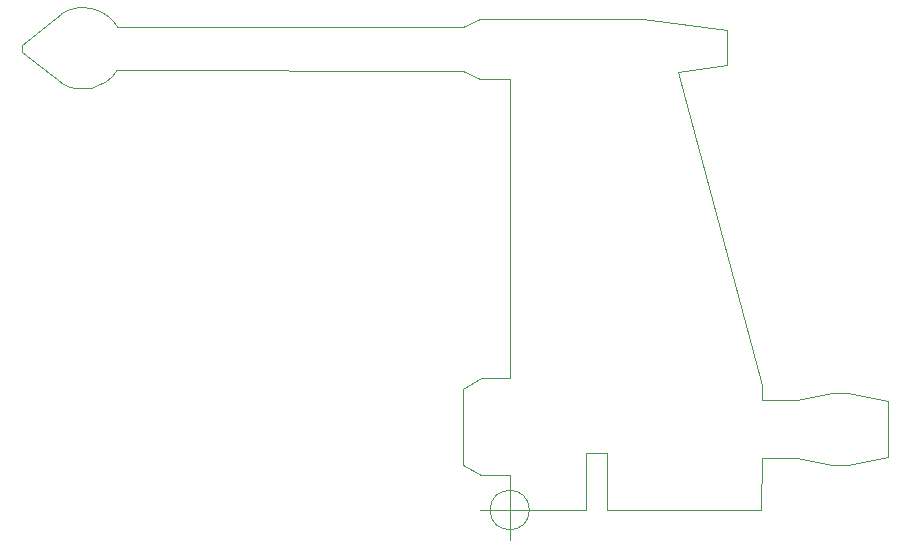
<source format=gbr>
G04 #@! TF.GenerationSoftware,KiCad,Pcbnew,(5.1.5)-3*
G04 #@! TF.CreationDate,2021-01-14T21:29:06-05:00*
G04 #@! TF.ProjectId,Wing,57696e67-2e6b-4696-9361-645f70636258,rev?*
G04 #@! TF.SameCoordinates,Original*
G04 #@! TF.FileFunction,Profile,NP*
%FSLAX46Y46*%
G04 Gerber Fmt 4.6, Leading zero omitted, Abs format (unit mm)*
G04 Created by KiCad (PCBNEW (5.1.5)-3) date 2021-01-14 21:29:06*
%MOMM*%
%LPD*%
G04 APERTURE LIST*
%ADD10C,0.050000*%
G04 APERTURE END LIST*
D10*
X149967244Y-99540453D02*
X143497649Y-99540452D01*
X110266878Y-62311812D02*
G75*
G02X105547649Y-63415452I-2919229J1841123D01*
G01*
X105490819Y-57535216D02*
G75*
G02X110322648Y-58665453I1856830J-2955236D01*
G01*
X145164315Y-99540452D02*
G75*
G03X145164315Y-99540452I-1666666J0D01*
G01*
X140997649Y-99540452D02*
X145997649Y-99540452D01*
X143497649Y-97040452D02*
X143497649Y-102040452D01*
X161875673Y-61879515D02*
X157726506Y-62430673D01*
X154756090Y-57965138D02*
X161875676Y-58910888D01*
X141013634Y-57976375D02*
X142031161Y-57976375D01*
X139578523Y-58659358D02*
X141013634Y-57976375D01*
X150389284Y-57965138D02*
X154756090Y-57965138D01*
X164846452Y-90224339D02*
X167850852Y-90224341D01*
X164851946Y-88993464D02*
X164846452Y-90224339D01*
X142031161Y-57976375D02*
X150389284Y-57965138D01*
X157726506Y-62430673D02*
X164851946Y-88993464D01*
X161875676Y-58910888D02*
X161875673Y-61879515D01*
X172144795Y-95764838D02*
X170745697Y-95764838D01*
X164824468Y-95149961D02*
X164804873Y-99540458D01*
X139578515Y-95753357D02*
X139578516Y-89293383D01*
X164804873Y-99540458D02*
X151767244Y-99540454D01*
X151767246Y-94715793D02*
X149967246Y-94715792D01*
X151767244Y-99540454D02*
X151767246Y-94715793D01*
X175534017Y-95067498D02*
X172144795Y-95764838D01*
X141031485Y-96615062D02*
X139578515Y-95753357D01*
X143497649Y-99540452D02*
X143497650Y-96615063D01*
X149967246Y-94715792D02*
X149967244Y-99540453D01*
X167850850Y-95149962D02*
X164824468Y-95149961D01*
X143497650Y-96615063D02*
X141031485Y-96615062D01*
X170745697Y-95764838D02*
X167850850Y-95149962D01*
X172144795Y-89609467D02*
X175534020Y-90306810D01*
X167850852Y-90224341D02*
X170757649Y-89609467D01*
X170757649Y-89609467D02*
X172144795Y-89609467D01*
X175534020Y-90306810D02*
X175534017Y-95067498D01*
X141031488Y-88376270D02*
X143497653Y-88376270D01*
X102200582Y-60184974D02*
X105490819Y-57535215D01*
X139578516Y-89293383D02*
X141031488Y-88376270D01*
X141013631Y-63012980D02*
X139578522Y-62329976D01*
X139578522Y-62329976D02*
X110266878Y-62311812D01*
X143497653Y-88376270D02*
X143497661Y-63012981D01*
X102200582Y-60804360D02*
X102200582Y-60184974D01*
X110322648Y-58665453D02*
X139578523Y-58659358D01*
X143497661Y-63012981D02*
X141013631Y-63012980D01*
X105547649Y-63415452D02*
X102200582Y-60804360D01*
M02*

</source>
